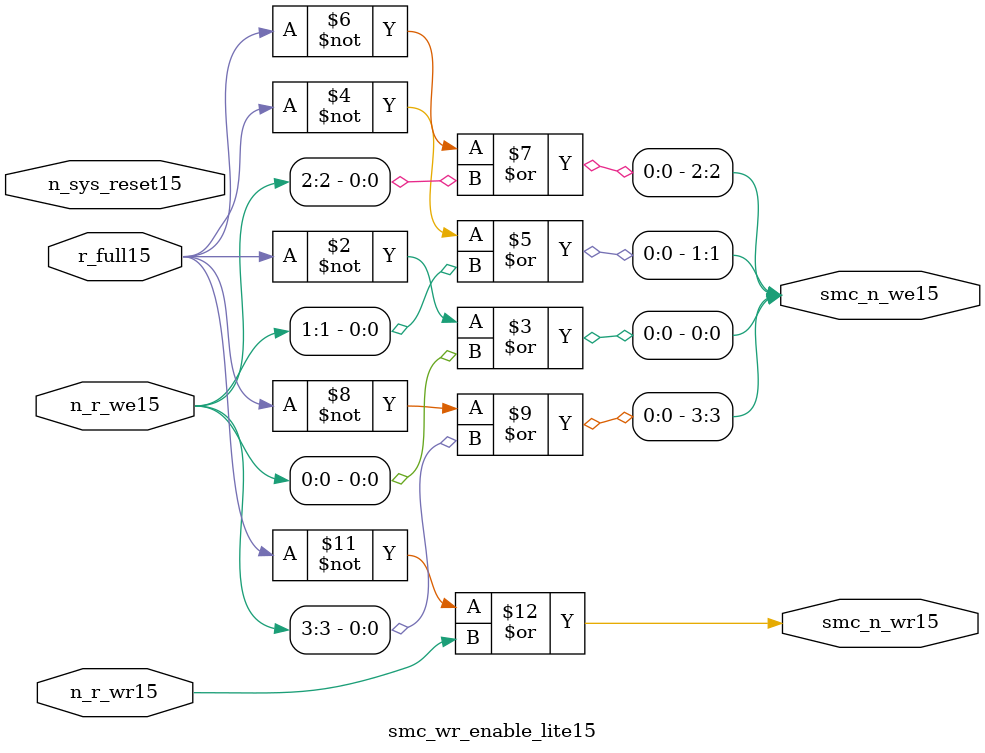
<source format=v>


  module smc_wr_enable_lite15 (

                      //inputs15                      

                      n_sys_reset15,
                      r_full15,
                      n_r_we15,
                      n_r_wr15,

                      //outputs15

                      smc_n_we15,
                      smc_n_wr15);

//I15/O15
   
   input             n_sys_reset15;   //system reset
   input             r_full15;    // Full cycle write strobe15
   input [3:0]       n_r_we15;    //write enable from smc_strobe15
   input             n_r_wr15;    //write strobe15 from smc_strobe15
   output [3:0]      smc_n_we15;  // write enable (active low15)
   output            smc_n_wr15;  // write strobe15 (active low15)
   
   
//output reg declaration15.
   
   reg [3:0]          smc_n_we15;
   reg                smc_n_wr15;

//----------------------------------------------------------------------
// negedge strobes15 with clock15.
//----------------------------------------------------------------------
      

//----------------------------------------------------------------------
      
//--------------------------------------------------------------------
// Gate15 Write strobes15 with clock15.
//--------------------------------------------------------------------

  always @(r_full15 or n_r_we15)
  
  begin
  
     smc_n_we15[0] = ((~r_full15  ) | n_r_we15[0] );

     smc_n_we15[1] = ((~r_full15  ) | n_r_we15[1] );

     smc_n_we15[2] = ((~r_full15  ) | n_r_we15[2] );

     smc_n_we15[3] = ((~r_full15  ) | n_r_we15[3] );

  
  end

//--------------------------------------------------------------------   
//write strobe15 generation15
//--------------------------------------------------------------------   

  always @(n_r_wr15 or r_full15 )
  
     begin
  
        smc_n_wr15 = ((~r_full15 ) | n_r_wr15 );
       
     end

endmodule // smc_wr_enable15


</source>
